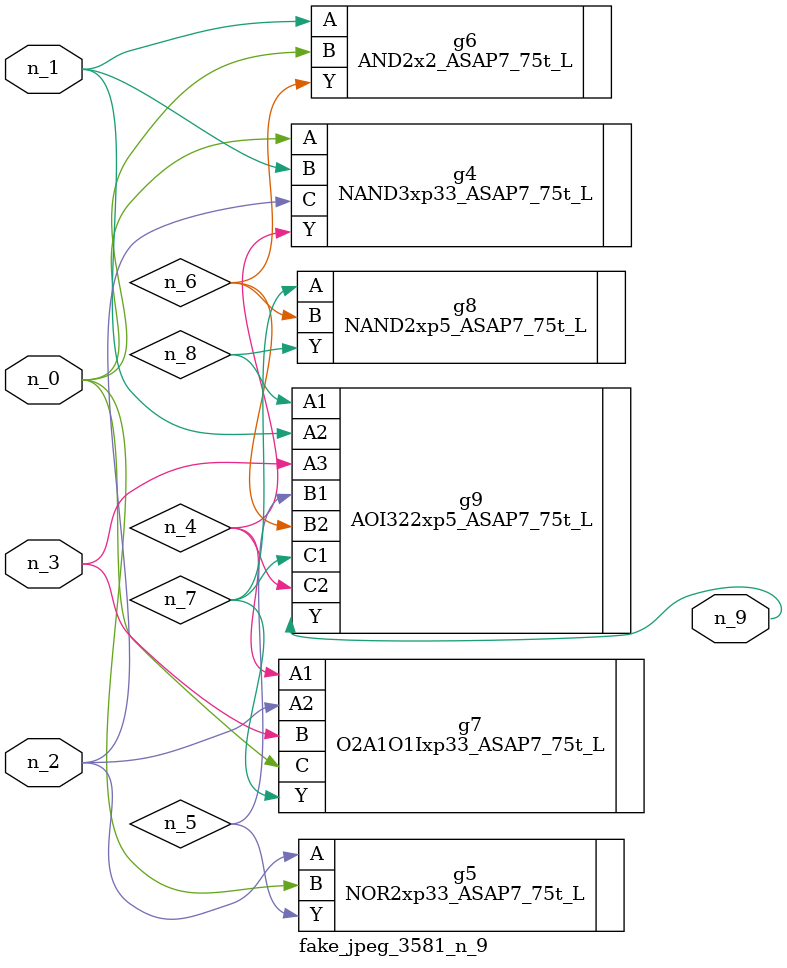
<source format=v>
module fake_jpeg_3581_n_9 (n_0, n_3, n_2, n_1, n_9);

input n_0;
input n_3;
input n_2;
input n_1;

output n_9;

wire n_4;
wire n_8;
wire n_6;
wire n_5;
wire n_7;

NAND3xp33_ASAP7_75t_L g4 ( 
.A(n_0),
.B(n_1),
.C(n_2),
.Y(n_4)
);

NOR2xp33_ASAP7_75t_L g5 ( 
.A(n_2),
.B(n_0),
.Y(n_5)
);

AND2x2_ASAP7_75t_L g6 ( 
.A(n_1),
.B(n_0),
.Y(n_6)
);

O2A1O1Ixp33_ASAP7_75t_L g7 ( 
.A1(n_4),
.A2(n_2),
.B(n_3),
.C(n_0),
.Y(n_7)
);

NAND2xp5_ASAP7_75t_L g8 ( 
.A(n_7),
.B(n_6),
.Y(n_8)
);

AOI322xp5_ASAP7_75t_L g9 ( 
.A1(n_8),
.A2(n_1),
.A3(n_3),
.B1(n_5),
.B2(n_6),
.C1(n_7),
.C2(n_4),
.Y(n_9)
);


endmodule
</source>
